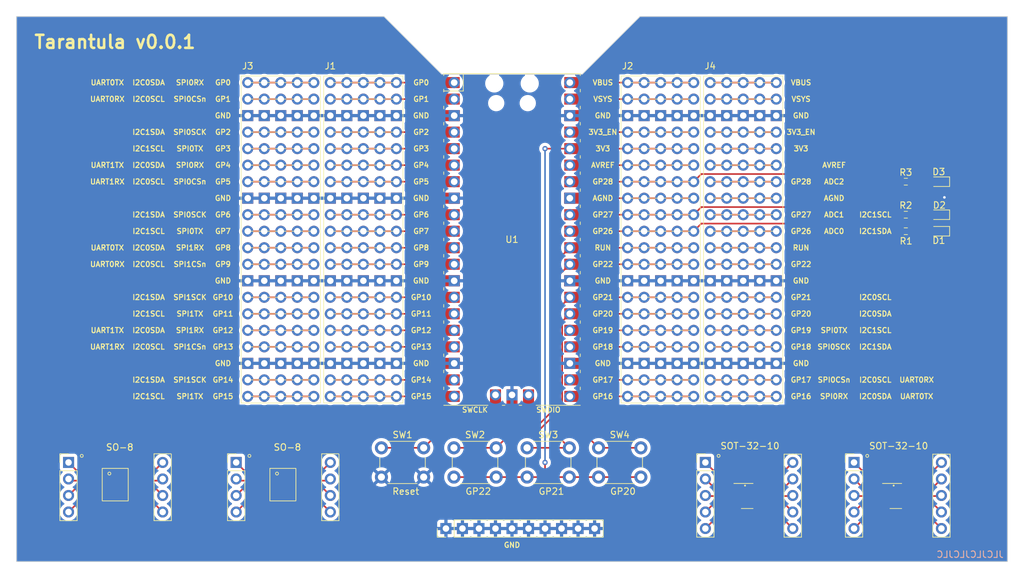
<source format=kicad_pcb>
(kicad_pcb (version 20221018) (generator pcbnew)
  (layers (0 "F.Cu" signal) (31 "B.Cu" signal) (34 "B.Paste" user) (35 "F.Paste" user) (36 "B.SilkS" user "B.Silkscreen") (37 "F.SilkS" user "F.Silkscreen") (38 "B.Mask" user) (39 "F.Mask" user) (44 "Edge.Cuts" user))
  (net 0 "")
  (net 3 "GND")
  (net 4 "/GPIO0")
  (net 5 "/GPIO1")
  (net 6 "/GPIO2")
  (net 7 "/GPIO3")
  (net 8 "/GPIO4")
  (net 9 "/GPIO5")
  (net 10 "/GPIO6")
  (net 11 "/GPIO7")
  (net 12 "/GPIO8")
  (net 13 "/GPIO9")
  (net 14 "/GPIO10")
  (net 15 "/GPIO11")
  (net 16 "/GPIO12")
  (net 17 "/GPIO13")
  (net 18 "/GPIO14")
  (net 19 "/GPIO15")
  (net 20 "/VBUS")
  (net 21 "/VSYS")
  (net 22 "/3V3_EN")
  (net 23 "/3V3")
  (net 24 "/ADC_VREF")
  (net 25 "/GPIO28")
  (net 26 "Net-(J2-Pin_8)")
  (net 27 "/GPIO27")
  (net 28 "/GPIO26")
  (net 29 "/RUN")
  (net 30 "/GPIO22")
  (net 31 "/GPIO21")
  (net 32 "/GPIO20")
  (net 33 "/GPIO19")
  (net 34 "/GPIO18")
  (net 35 "/GPIO17")
  (net 36 "/GPIO16")
  (net 37 "unconnected-(J3-Pin_1-Pad1)")
  (net 38 "unconnected-(J3-Pin_2-Pad2)")
  (net 39 "unconnected-(J3-Pin_4-Pad4)")
  (net 40 "unconnected-(J3-Pin_5-Pad5)")
  (net 41 "unconnected-(J3-Pin_6-Pad6)")
  (net 42 "unconnected-(J3-Pin_7-Pad7)")
  (net 43 "unconnected-(J3-Pin_9-Pad9)")
  (net 44 "unconnected-(J3-Pin_10-Pad10)")
  (net 45 "unconnected-(J3-Pin_11-Pad11)")
  (net 46 "unconnected-(J3-Pin_12-Pad12)")
  (net 47 "unconnected-(J3-Pin_14-Pad14)")
  (net 48 "unconnected-(J3-Pin_15-Pad15)")
  (net 49 "unconnected-(J3-Pin_16-Pad16)")
  (net 50 "unconnected-(J3-Pin_17-Pad17)")
  (net 51 "unconnected-(J3-Pin_19-Pad19)")
  (net 52 "unconnected-(J3-Pin_20-Pad20)")
  (net 53 "unconnected-(J4-Pin_1-Pad1)")
  (net 54 "unconnected-(J4-Pin_2-Pad2)")
  (net 55 "unconnected-(J4-Pin_4-Pad4)")
  (net 56 "unconnected-(J4-Pin_5-Pad5)")
  (net 57 "unconnected-(J4-Pin_6-Pad6)")
  (net 58 "unconnected-(J4-Pin_7-Pad7)")
  (net 59 "unconnected-(J4-Pin_8-Pad8)")
  (net 60 "unconnected-(J4-Pin_9-Pad9)")
  (net 61 "unconnected-(J4-Pin_10-Pad10)")
  (net 62 "unconnected-(J4-Pin_11-Pad11)")
  (net 63 "unconnected-(J4-Pin_12-Pad12)")
  (net 64 "unconnected-(J4-Pin_14-Pad14)")
  (net 65 "unconnected-(J4-Pin_15-Pad15)")
  (net 66 "unconnected-(J4-Pin_16-Pad16)")
  (net 67 "unconnected-(J4-Pin_17-Pad17)")
  (net 68 "unconnected-(J4-Pin_19-Pad19)")
  (net 69 "unconnected-(J4-Pin_20-Pad20)")
  (net 70 "Net-(D1-A)")
  (net 71 "Net-(D2-A)")
  (net 72 "Net-(D3-A)")
  (net 73 "SO-8-1-1")
  (net 74 "SO-8-1-2")
  (net 75 "SO-8-1-3")
  (net 76 "SO-8-1-4")
  (net 77 "SO-8-1-5")
  (net 78 "SO-8-1-6")
  (net 79 "SO-8-1-7")
  (net 80 "SO-8-1-8")
  (net 81 "SO-8-2-1")
  (net 82 "SO-8-2-2")
  (net 83 "SO-8-2-3")
  (net 84 "SO-8-2-4")
  (net 85 "SO-8-2-5")
  (net 86 "SO-8-2-6")
  (net 87 "SO-8-2-7")
  (net 88 "SO-8-2-8")
  (net 89 "SOT-32-1-1")
  (net 90 "SOT-32-1-2")
  (net 91 "SOT-32-1-3")
  (net 92 "SOT-32-1-4")
  (net 93 "SOT-32-1-5")
  (net 94 "SOT-32-1-6")
  (net 95 "SOT-32-1-7")
  (net 96 "SOT-32-1-8")
  (net 97 "SOT-32-1-9")
  (net 98 "SOT-32-1-10")
  (net 99 "SOT-32-2-1")
  (net 100 "SOT-32-2-2")
  (net 101 "SOT-32-2-3")
  (net 102 "SOT-32-2-4")
  (net 103 "SOT-32-2-5")
  (net 104 "SOT-32-2-6")
  (net 105 "SOT-32-2-7")
  (net 106 "SOT-32-2-8")
  (net 107 "SOT-32-2-9")
  (net 108 "SOT-32-2-10")
  (footprint "aLibrary:SO-8-breakout" (layer "F.Cu") (at 84.582 93.98)
    (fp_text reference "SO-8")
    (fp_text value "SO-8-breakout")
  )
  (footprint "MCU_RaspberryPi_and_Boards:RPi_Pico_SMD_TH" (layer "F.Cu") (at 127 59.69)
    (fp_text reference "U1")
    (fp_text value "Pico")
  )
  (footprint "aLibrary:SO-8-breakout" (layer "F.Cu") (at 58.801 93.98)
    (fp_text reference "SO-8")
    (fp_text value "SO-8-breakout")
  )
  (footprint "LED_SMD:LED_0603_1608Metric_Pad1.05x0.95mm_HandSolder" (layer "F.Cu") (at 192.645 55.88 180)
    (fp_text reference "D2")
    (fp_text value "LED")
  )
  (footprint "Resistor_SMD:R_0603_1608Metric_Pad0.98x0.95mm_HandSolder" (layer "F.Cu") (at 187.565 58.42)
    (fp_text reference "R1")
    (fp_text value "R")
  )
  (footprint "aLibrary:PicoBreakout_5x20_P2.54mm_Vertical" (layer "F.Cu") (at 157.48 35.56)
    (fp_text reference "J4")
    (fp_text value "Conn_05x20_Pin")
  )
  (footprint "LED_SMD:LED_0603_1608Metric_Pad1.05x0.95mm_HandSolder" (layer "F.Cu") (at 192.645 50.8 180)
    (fp_text reference "D3")
    (fp_text value "LED")
  )
  (footprint "Resistor_SMD:R_0603_1608Metric_Pad0.98x0.95mm_HandSolder" (layer "F.Cu") (at 187.565 50.8)
    (fp_text reference "R3")
    (fp_text value "R")
  )
  (footprint "aLibrary:PicoBreakout_5x20_P2.54mm_Vertical" (layer "F.Cu") (at 144.78 35.56)
    (fp_text reference "J2")
    (fp_text value "Conn_05x20_Pin")
  )
  (footprint "aLibrary:PicoBreakout_5x20_P2.54mm_Vertical" (layer "F.Cu") (at 86.36 35.56)
    (fp_text reference "J3")
    (fp_text value "Conn_05x20_Pin")
  )
  (footprint "Button_Switch_THT:SW_PUSH_6mm" (layer "F.Cu") (at 106.915524 91.73)
    (fp_text reference "SW1")
    (fp_text value "Reset")
  )
  (footprint "Button_Switch_THT:SW_PUSH_6mm" (layer "F.Cu") (at 118.065524 91.73)
    (fp_text reference "SW2")
    (fp_text value "GP22")
  )
  (footprint "Button_Switch_THT:SW_PUSH_6mm" (layer "F.Cu") (at 140.315524 91.73)
    (fp_text reference "SW4")
    (fp_text value "GP20")
  )
  (footprint "aLibrary:SOT-32-10-breakout" (layer "F.Cu") (at 156.74 93.98)
    (fp_text reference "SOT-32-10")
    (fp_text value "SOT-32-10-breakout")
  )
  (footprint "aLibrary:PicoBreakout_5x20_P2.54mm_Vertical" (layer "F.Cu") (at 99.06 35.56)
    (fp_text reference "J1")
    (fp_text value "Conn_05x20_Pin")
  )
  (footprint "Connector_PinHeader_2.54mm:PinHeader_1x10_P2.54mm_Vertical" (layer "F.Cu") (at 116.84 104.14 90)
    (fp_text reference "REF**" hide)
    (fp_text value "PinHeader_1x10_P2.54mm_Vertical" hide)
  )
  (footprint "Button_Switch_THT:SW_PUSH_6mm" (layer "F.Cu") (at 129.315524 91.73)
    (fp_text reference "SW3")
    (fp_text value "GP21")
  )
  (footprint "Resistor_SMD:R_0603_1608Metric_Pad0.98x0.95mm_HandSolder" (layer "F.Cu") (at 187.565 55.88)
    (fp_text reference "R2")
    (fp_text value "R")
  )
  (footprint "LED_SMD:LED_0603_1608Metric_Pad1.05x0.95mm_HandSolder" (layer "F.Cu") (at 192.645 58.42 180)
    (fp_text reference "D1")
    (fp_text value "LED")
  )
  (footprint "aLibrary:SOT-32-10-breakout" (layer "F.Cu") (at 179.6 93.98)
    (fp_text reference "SOT-32-10")
    (fp_text value "SOT-32-10-breakout")
  )
  (gr_line (start 144.78 53.34) (end 154.94 53.34) (stroke (width 0.1)) (layer "F.SilkS"))
  (gr_line (start 157.48 53.34) (end 167.64 53.34) (stroke (width 0.1)) (layer "F.SilkS"))
  (gr_line (start 116.205 34.29) (end 137.795 34.29) (stroke (width 0.1)) (layer "Edge.Cuts"))
  (gr_line (start 137.795 34.29) (end 146.685 25.4) (stroke (width 0.1)) (layer "Edge.Cuts"))
  (gr_line (start 50.8 25.4) (end 50.8 109.22) (stroke (width 0.1)) (layer "Edge.Cuts"))
  (gr_line (start 50.8 109.22) (end 203.2 109.22) (stroke (width 0.1)) (layer "Edge.Cuts"))
  (gr_line (start 116.205 34.29) (end 107.315 25.4) (stroke (width 0.1)) (layer "Edge.Cuts"))
  (gr_line (start 107.315 25.4) (end 50.8 25.4) (stroke (width 0.1)) (layer "Edge.Cuts"))
  (gr_line (start 203.2 25.4) (end 146.685 25.4) (stroke (width 0.1)) (layer "Edge.Cuts"))
  (gr_line (start 146.685 25.4) (end 146.685 25.4) (stroke (width 0.1)) (layer "Edge.Cuts"))
  (gr_line (start 203.2 109.22) (end 203.2 25.4) (stroke (width 0.1)) (layer "Edge.Cuts"))
  (gr_text "JLCJLCJLCJLC" (at 202.692 108.712) (layer "B.SilkS") (effects (font (size 1 1)) (justify left bottom mirror)))
  (gr_text "I2C0SDA" (at 71.12 35.56) (layer "F.SilkS") (effects (font (size 0.8 0.8) (thickness 0.16) bold)))
  (gr_text "GP22" (at 171.45 63.5) (layer "F.SilkS") (effects (font (size 0.8 0.8) (thickness 0.16) bold)))
  (gr_text "I2C1SCL" (at 182.88 55.88) (layer "F.SilkS") (effects (font (size 0.8 0.8) (thickness 0.16) bold)))
  (gr_text "SPI0CSn" (at 77.47 38.1) (layer "F.SilkS") (effects (font (size 0.8 0.8) (thickness 0.16) bold)))
  (gr_text "GP22" (at 140.97 63.5) (layer "F.SilkS") (effects (font (size 0.8 0.8) (thickness 0.16) bold)))
  (gr_text "GND" (at 140.97 78.74) (layer "F.SilkS") (effects (font (size 0.8 0.8) (thickness 0.16) bold)))
  (gr_text "GP1" (at 113.03 38.1) (layer "F.SilkS") (effects (font (size 0.8 0.8) (thickness 0.16) bold)))
  (gr_text "I2C1SDA" (at 182.88 76.2) (layer "F.SilkS") (effects (font (size 0.8 0.8) (thickness 0.16) bold)))
  (gr_text "GP14" (at 82.55 81.28) (layer "F.SilkS") (effects (font (size 0.8 0.8) (thickness 0.16) bold)))
  (gr_text "UART0RX" (at 64.77 38.1) (layer "F.SilkS") (effects (font (size 0.8 0.8) (thickness 0.16) bold)))
  (gr_text "GND" (at 127 106.68) (layer "F.SilkS") (effects (font (size 0.8 0.8) (thickness 0.16) bold)))
  (gr_text "GP21" (at 171.45 68.58) (layer "F.SilkS") (effects (font (size 0.8 0.8) (thickness 0.16) bold)))
  (gr_text "I2C0SCL" (at 71.12 38.1) (layer "F.SilkS") (effects (font (size 0.8 0.8) (thickness 0.16) bold)))
  (gr_text "I2C0SCL" (at 71.12 76.2) (layer "F.SilkS") (effects (font (size 0.8 0.8) (thickness 0.16) bold)))
  (gr_text "I2C1SDA" (at 71.12 68.58) (layer "F.SilkS") (effects (font (size 0.8 0.8) (thickness 0.16) bold)))
  (gr_text "I2C1SDA" (at 71.12 81.28) (layer "F.SilkS") (effects (font (size 0.8 0.8) (thickness 0.16) bold)))
  (gr_text "SPI1RX" (at 77.47 73.66) (layer "F.SilkS") (effects (font (size 0.8 0.8) (thickness 0.16) bold)))
  (gr_text "GP7" (at 113.03 58.42) (layer "F.SilkS") (effects (font (size 0.8 0.8) (thickness 0.16) bold)))
  (gr_text "VSYS" (at 171.45 38.1) (layer "F.SilkS") (effects (font (size 0.8 0.8) (thickness 0.16) bold)))
  (gr_text "AVREF" (at 176.53 48.26) (layer "F.SilkS") (effects (font (size 0.8 0.8) (thickness 0.16) bold)))
  (gr_text "GND" (at 113.03 78.74) (layer "F.SilkS") (effects (font (size 0.8 0.8) (thickness 0.16) bold)))
  (gr_text "SPI0RX" (at 77.47 48.26) (layer "F.SilkS") (effects (font (size 0.8 0.8) (thickness 0.16) bold)))
  (gr_text "RUN" (at 140.97 60.96) (layer "F.SilkS") (effects (font (size 0.8 0.8) (thickness 0.16) bold)))
  (gr_text "SPI1CSn" (at 77.47 63.5) (layer "F.SilkS") (effects (font (size 0.8 0.8) (thickness 0.16) bold)))
  (gr_text "GP2" (at 113.03 43.18) (layer "F.SilkS") (effects (font (size 0.8 0.8) (thickness 0.16) bold)))
  (gr_text "3V3_EN" (at 140.97 43.18) (layer "F.SilkS") (effects (font (size 0.8 0.8) (thickness 0.16) bold)))
  (gr_text "UART0RX" (at 64.77 63.5) (layer "F.SilkS") (effects (font (size 0.8 0.8) (thickness 0.16) bold)))
  (gr_text "GP10" (at 82.55 68.58) (layer "F.SilkS") (effects (font (size 0.8 0.8) (thickness 0.16) bold)))
  (gr_text "SPI0TX" (at 77.47 45.72) (layer "F.SilkS") (effects (font (size 0.8 0.8) (thickness 0.16) bold)))
  (gr_text "SPI1TX" (at 77.47 83.82) (layer "F.SilkS") (effects (font (size 0.8 0.8) (thickness 0.16) bold)))
  (gr_text "GP17" (at 171.45 81.28) (layer "F.SilkS") (effects (font (size 0.8 0.8) (thickness 0.16) bold)))
  (gr_text "GP11" (at 82.55 71.12) (layer "F.SilkS") (effects (font (size 0.8 0.8) (thickness 0.16) bold)))
  (gr_text "GP12" (at 82.55 73.66) (layer "F.SilkS") (effects (font (size 0.8 0.8) (thickness 0.16) bold)))
  (gr_text "UART0RX" (at 189.23 81.28) (layer "F.SilkS") (effects (font (size 0.8 0.8) (thickness 0.16) bold)))
  (gr_text "SPI0TX" (at 176.53 73.66) (layer "F.SilkS") (effects (font (size 0.8 0.8) (thickness 0.16) bold)))
  (gr_text "3V3_EN" (at 171.45 43.18) (layer "F.SilkS") (effects (font (size 0.8 0.8) (thickness 0.16) bold)))
  (gr_text "Tarantula v0.0.1" (at 53.34 30.48) (layer "F.SilkS") (effects (font (size 2 2) (thickness 0.4) bold) (justify left bottom)))
  (gr_text "GP20" (at 171.45 71.12) (layer "F.SilkS") (effects (font (size 0.8 0.8) (thickness 0.16) bold)))
  (gr_text "UART1TX" (at 64.77 73.66) (layer "F.SilkS") (effects (font (size 0.8 0.8) (thickness 0.16) bold)))
  (gr_text "AVREF" (at 140.97 48.26) (layer "F.SilkS") (effects (font (size 0.8 0.8) (thickness 0.16) bold)))
  (gr_text "UART1RX" (at 64.77 76.2) (layer "F.SilkS") (effects (font (size 0.8 0.8) (thickness 0.16) bold)))
  (gr_text "SPI1SCK" (at 77.47 81.28) (layer "F.SilkS") (effects (font (size 0.8 0.8) (thickness 0.16) bold)))
  (gr_text "GP15" (at 82.55 83.82) (layer "F.SilkS") (effects (font (size 0.8 0.8) (thickness 0.16) bold)))
  (gr_text "GP1" (at 82.55 38.1) (layer "F.SilkS") (effects (font (size 0.8 0.8) (thickness 0.16) bold)))
  (gr_text "AGND" (at 176.53 53.34) (layer "F.SilkS") (effects (font (size 0.8 0.8) (thickness 0.16) bold)))
  (gr_text "UART1RX" (at 64.77 50.8) (layer "F.SilkS") (effects (font (size 0.8 0.8) (thickness 0.16) bold)))
  (gr_text "GP9" (at 82.55 63.5) (layer "F.SilkS") (effects (font (size 0.8 0.8) (thickness 0.16) bold)))
  (gr_text "I2C0SDA" (at 182.88 71.12) (layer "F.SilkS") (effects (font (size 0.8 0.8) (thickness 0.16) bold)))
  (gr_text "GP5" (at 82.55 50.8) (layer "F.SilkS") (effects (font (size 0.8 0.8) (thickness 0.16) bold)))
  (gr_text "GND" (at 113.03 66.04) (layer "F.SilkS") (effects (font (size 0.8 0.8) (thickness 0.16) bold)))
  (gr_text "GP17" (at 140.97 81.28) (layer "F.SilkS") (effects (font (size 0.8 0.8) (thickness 0.16) bold)))
  (gr_text "GP7" (at 82.55 58.42) (layer "F.SilkS") (effects (font (size 0.8 0.8) (thickness 0.16) bold)))
  (gr_text "GP27" (at 140.97 55.88) (layer "F.SilkS") (effects (font (size 0.8 0.8) (thickness 0.16) bold)))
  (gr_text "GP3" (at 113.03 45.72) (layer "F.SilkS") (effects (font (size 0.8 0.8) (thickness 0.16) bold)))
  (gr_text "SPI0TX" (at 77.47 58.42) (layer "F.SilkS") (effects (font (size 0.8 0.8) (thickness 0.16) bold)))
  (gr_text "I2C1SCL" (at 71.12 45.72) (layer "F.SilkS") (effects (font (size 0.8 0.8) (thickness 0.16) bold)))
  (gr_text "UART0TX" (at 64.77 35.56) (layer "F.SilkS") (effects (font (size 0.8 0.8) (thickness 0.16) bold)))
  (gr_text "SPI0SCK" (at 77.47 43.18) (layer "F.SilkS") (effects (font (size 0.8 0.8) (thickness 0.16) bold)))
  (gr_text "GP15" (at 113.03 83.82) (layer "F.SilkS") (effects (font (size 0.8 0.8) (thickness 0.16) bold)))
  (gr_text "I2C0SDA" (at 71.12 48.26) (layer "F.SilkS") (effects (font (size 0.8 0.8) (thickness 0.16) bold)))
  (gr_text "AGND" (at 140.97 53.34) (layer "F.SilkS") (effects (font (size 0.8 0.8) (thickness 0.16) bold)))
  (gr_text "GP12" (at 113.03 73.66) (layer "F.SilkS") (effects (font (size 0.8 0.8) (thickness 0.16) bold)))
  (gr_text "GND" (at 171.45 40.64) (layer "F.SilkS") (effects (font (size 0.8 0.8) (thickness 0.16) bold)))
  (gr_text "GND" (at 140.97 40.64) (layer "F.SilkS") (effects (font (size 0.8 0.8) (thickness 0.16) bold)))
  (gr_text "GP4" (at 82.55 48.26) (layer "F.SilkS") (effects (font (size 0.8 0.8) (thickness 0.16) bold)))
  (gr_text "ADC2" (at 176.53 50.8) (layer "F.SilkS") (effects (font (size 0.8 0.8) (thickness 0.16) bold)))
  (gr_text "SPI0SCK" (at 176.53 76.2) (layer "F.SilkS") (effects (font (size 0.8 0.8) (thickness 0.16) bold)))
  (gr_text "GP27" (at 171.45 55.88) (layer "F.SilkS") (effects (font (size 0.8 0.8) (thickness 0.16) bold)))
  (gr_text "GND" (at 171.45 78.74) (layer "F.SilkS") (effects (font (size 0.8 0.8) (thickness 0.16) bold)))
  (gr_text "SPI1TX" (at 77.47 71.12) (layer "F.SilkS") (effects (font (size 0.8 0.8) (thickness 0.16) bold)))
  (gr_text "GP21" (at 140.97 68.58) (layer "F.SilkS") (effects (font (size 0.8 0.8) (thickness 0.16) bold)))
  (gr_text "GP13" (at 113.03 76.2) (layer "F.SilkS") (effects (font (size 0.8 0.8) (thickness 0.16) bold)))
  (gr_text "GP2" (at 82.55 43.18) (layer "F.SilkS") (effects (font (size 0.8 0.8) (thickness 0.16) bold)))
  (gr_text "3V3" (at 171.45 45.72) (layer "F.SilkS") (effects (font (size 0.8 0.8) (thickness 0.16) bold)))
  (gr_text "I2C1SDA" (at 71.12 43.18) (layer "F.SilkS") (effects (font (size 0.8 0.8) (thickness 0.16) bold)))
  (gr_text "SPI1RX" (at 77.47 60.96) (layer "F.SilkS") (effects (font (size 0.8 0.8) (thickness 0.16) bold)))
  (gr_text "I2C0SCL" (at 182.88 81.28) (layer "F.SilkS") (effects (font (size 0.8 0.8) (thickness 0.16) bold)))
  (gr_text "I2C1SCL" (at 71.12 83.82) (layer "F.SilkS") (effects (font (size 0.8 0.8) (thickness 0.16) bold)))
  (gr_text "GP19" (at 140.97 73.66) (layer "F.SilkS") (effects (font (size 0.8 0.8) (thickness 0.16) bold)))
  (gr_text "GP10" (at 113.03 68.58) (layer "F.SilkS") (effects (font (size 0.8 0.8) (thickness 0.16) bold)))
  (gr_text "VSYS" (at 140.97 38.1) (layer "F.SilkS") (effects (font (size 0.8 0.8) (thickness 0.16) bold)))
  (gr_text "I2C0SDA" (at 182.88 83.82) (layer "F.SilkS") (effects (font (size 0.8 0.8) (thickness 0.16) bold)))
  (gr_text "GND" (at 82.55 40.64) (layer "F.SilkS") (effects (font (size 0.8 0.8) (thickness 0.16) bold)))
  (gr_text "VBUS" (at 171.45 35.56) (layer "F.SilkS") (effects (font (size 0.8 0.8) (thickness 0.16) bold)))
  (gr_text "GP6" (at 113.03 55.88) (layer "F.SilkS") (effects (font (size 0.8 0.8) (thickness 0.16) bold)))
  (gr_text "ADC0" (at 176.53 58.42) (layer "F.SilkS") (effects (font (size 0.8 0.8) (thickness 0.16) bold)))
  (gr_text "GND" (at 113.03 40.64) (layer "F.SilkS") (effects (font (size 0.8 0.8) (thickness 0.16) bold)))
  (gr_text "GP26" (at 140.97 58.42) (layer "F.SilkS") (effects (font (size 0.8 0.8) (thickness 0.16) bold)))
  (gr_text "SPI1CSn" (at 77.47 76.2) (layer "F.SilkS") (effects (font (size 0.8 0.8) (thickness 0.16) bold)))
  (gr_text "GP18" (at 171.45 76.2) (layer "F.SilkS") (effects (font (size 0.8 0.8) (thickness 0.16) bold)))
  (gr_text "GP13" (at 82.55 76.2) (layer "F.SilkS") (effects (font (size 0.8 0.8) (thickness 0.16) bold)))
  (gr_text "GP9" (at 113.03 63.5) (layer "F.SilkS") (effects (font (size 0.8 0.8) (thickness 0.16) bold)))
  (gr_text "GND" (at 82.55 78.74) (layer "F.SilkS") (effects (font (size 0.8 0.8) (thickness 0.16) bold)))
  (gr_text "GND" (at 171.45 66.04) (layer "F.SilkS") (effects (font (size 0.8 0.8) (thickness 0.16) bold)))
  (gr_text "GND" (at 140.97 66.04) (layer "F.SilkS") (effects (font (size 0.8 0.8) (thickness 0.16) bold)))
  (gr_text "I2C1SDA" (at 182.88 58.42) (layer "F.SilkS") (effects (font (size 0.8 0.8) (thickness 0.16) bold)))
  (gr_text "SPI0CSn" (at 77.47 50.8) (layer "F.SilkS") (effects (font (size 0.8 0.8) (thickness 0.16) bold)))
  (gr_text "GP14" (at 113.03 81.28) (layer "F.SilkS") (effects (font (size 0.8 0.8) (thickness 0.16) bold)))
  (gr_text "I2C0SDA" (at 71.12 60.96) (layer "F.SilkS") (effects (font (size 0.8 0.8) (thickness 0.16) bold)))
  (gr_text "I2C0SCL" (at 71.12 63.5) (layer "F.SilkS") (effects (font (size 0.8 0.8) (thickness 0.16) bold)))
  (gr_text "GND" (at 113.03 53.34) (layer "F.SilkS") (effects (font (size 0.8 0.8) (thickness 0.16) bold)))
  (gr_text "SPI1SCK" (at 77.47 68.58) (layer "F.SilkS") (effects (font (size 0.8 0.8) (thickness 0.16) bold)))
  (gr_text "VBUS" (at 140.97 35.56) (layer "F.SilkS") (effects (font (size 0.8 0.8) (thickness 0.16) bold)))
  (gr_text "I2C0SCL" (at 71.12 50.8) (layer "F.SilkS") (effects (font (size 0.8 0.8) (thickness 0.16) bold)))
  (gr_text "I2C0SDA" (at 71.12 73.66) (layer "F.SilkS") (effects (font (size 0.8 0.8) (thickness 0.16) bold)))
  (gr_text "GP5" (at 113.03 50.8) (layer "F.SilkS") (effects (font (size 0.8 0.8) (thickness 0.16) bold)))
  (gr_text "GND" (at 82.55 66.04) (layer "F.SilkS") (effects (font (size 0.8 0.8) (thickness 0.16) bold)))
  (gr_text "GP19" (at 171.45 73.66) (layer "F.SilkS") (effects (font (size 0.8 0.8) (thickness 0.16) bold)))
  (gr_text "I2C0SCL" (at 182.88 68.58) (layer "F.SilkS") (effects (font (size 0.8 0.8) (thickness 0.16) bold)))
  (gr_text "I2C1SCL" (at 71.12 71.12) (layer "F.SilkS") (effects (font (size 0.8 0.8) (thickness 0.16) bold)))
  (gr_text "GP8" (at 82.55 60.96) (layer "F.SilkS") (effects (font (size 0.8 0.8) (thickness 0.16) bold)))
  (gr_text "GP16" (at 171.45 83.82) (layer "F.SilkS") (effects (font (size 0.8 0.8) (thickness 0.16) bold)))
  (gr_text "ADC1" (at 176.53 55.88) (layer "F.SilkS") (effects (font (size 0.8 0.8) (thickness 0.16) bold)))
  (gr_text "GP28" (at 171.45 50.8) (layer "F.SilkS") (effects (font (size 0.8 0.8) (thickness 0.16) bold)))
  (gr_text "I2C1SDA" (at 71.12 55.88) (layer "F.SilkS") (effects (font (size 0.8 0.8) (thickness 0.16) bold)))
  (gr_text "GP16" (at 140.97 83.82) (layer "F.SilkS") (effects (font (size 0.8 0.8) (thickness 0.16) bold)))
  (gr_text "GP26" (at 171.45 58.42) (layer "F.SilkS") (effects (font (size 0.8 0.8) (thickness 0.16) bold)))
  (gr_text "SPI0CSn" (at 176.53 81.28) (layer "F.SilkS") (effects (font (size 0.8 0.8) (thickness 0.16) bold)))
  (gr_text "GP20" (at 140.97 71.12) (layer "F.SilkS") (effects (font (size 0.8 0.8) (thickness 0.16) bold)))
  (gr_text "RUN" (at 171.45 60.96) (layer "F.SilkS") (effects (font (size 0.8 0.8) (thickness 0.16) bold)))
  (gr_text "GP0" (at 82.55 35.56) (layer "F.SilkS") (effects (font (size 0.8 0.8) (thickness 0.16) bold)))
  (gr_text "GND" (at 82.55 53.34) (layer "F.SilkS") (effects (font (size 0.8 0.8) (thickness 0.16) bold)))
  (gr_text "GP18" (at 140.97 76.2) (layer "F.SilkS") (effects (font (size 0.8 0.8) (thickness 0.16) bold)))
  (gr_text "UART1TX" (at 64.77 48.26) (layer "F.SilkS") (effects (font (size 0.8 0.8) (thickness 0.16) bold)))
  (gr_text "SPI0RX" (at 176.53 83.82) (layer "F.SilkS") (effects (font (size 0.8 0.8) (thickness 0.16) bold)))
  (gr_text "I2C1SCL" (at 182.88 73.66) (layer "F.SilkS") (effects (font (size 0.8 0.8) (thickness 0.16) bold)))
  (gr_text "UART0TX" (at 189.23 83.82) (layer "F.SilkS") (effects (font (size 0.8 0.8) (thickness 0.16) bold)))
  (gr_text "3V3" (at 140.97 45.72) (layer "F.SilkS") (effects (font (size 0.8 0.8) (thickness 0.16) bold)))
  (gr_text "GP3" (at 82.55 45.72) (layer "F.SilkS") (effects (font (size 0.8 0.8) (thickness 0.16) bold)))
  (gr_text "SPI0RX" (at 77.47 35.56) (layer "F.SilkS") (effects (font (size 0.8 0.8) (thickness 0.16) bold)))
  (gr_text "GP28" (at 140.97 50.8) (layer "F.SilkS") (effects (font (size 0.8 0.8) (thickness 0.16) bold)))
  (gr_text "GP4" (at 113.03 48.26) (layer "F.SilkS") (effects (font (size 0.8 0.8) (thickness 0.16) bold)))
  (gr_text "UART0TX" (at 64.77 60.96) (layer "F.SilkS") (effects (font (size 0.8 0.8) (thickness 0.16) bold)))
  (gr_text "GP0" (at 113.03 35.56) (layer "F.SilkS") (effects (font (size 0.8 0.8) (thickness 0.16) bold)))
  (gr_text "GP11" (at 113.03 71.12) (layer "F.SilkS") (effects (font (size 0.8 0.8) (thickness 0.16) bold)))
  (gr_text "I2C1SCL" (at 71.12 58.42) (layer "F.SilkS") (effects (font (size 0.8 0.8) (thickness 0.16) bold)))
  (gr_text "GP8" (at 113.03 60.96) (layer "F.SilkS") (effects (font (size 0.8 0.8) (thickness 0.16) bold)))
  (gr_text "GP6" (at 82.55 55.88) (layer "F.SilkS") (effects (font (size 0.8 0.8) (thickness 0.16) bold)))
  (gr_text "SPI0SCK" (at 77.47 55.88) (layer "F.SilkS") (effects (font (size 0.8 0.8) (thickness 0.16) bold)))
  (segment (start 193.52 50.8) (end 193.52 53.195482) (width 0.25) (layer "F.Cu") (net 3))
  (segment (start 193.52 53.235312) (end 193.52 55.88) (width 0.25) (layer "F.Cu") (net 3))
  (segment (start 193.52 58.42) (end 193.52 55.88) (width 0.25) (layer "F.Cu") (net 3))
  (segment (start 193.500085 53.215397) (end 193.52 53.235312) (width 0.25) (layer "F.Cu") (net 3))
  (segment (start 193.52 53.195482) (end 193.500085 53.215397) (width 0.25) (layer "F.Cu") (net 3))
  (via (at 193.500085 53.215397) (size 0.8) (drill 0.4) (layers "F.Cu" "B.Cu") (net 3))
  (segment (start 118.11 35.56) (end 99.06 35.56) (width 0.25) (layer "F.Cu") (net 4))
  (segment (start 99.06 38.1) (end 118.11 38.1) (width 0.25) (layer "F.Cu") (net 5))
  (segment (start 99.06 43.18) (end 118.11 43.18) (width 0.25) (layer "F.Cu") (net 6))
  (segment (start 118.11 45.72) (end 99.06 45.72) (width 0.25) (layer "F.Cu") (net 7))
  (segment (start 99.06 48.26) (end 118.11 48.26) (width 0.25) (layer "F.Cu") (net 8))
  (segment (start 118.11 50.8) (end 99.06 50.8) (width 0.25) (layer "F.Cu") (net 9))
  (segment (start 99.06 55.88) (end 118.11 55.88) (width 0.25) (layer "F.Cu") (net 10))
  (segment (start 118.11 58.42) (end 99.06 58.42) (width 0.25) (layer "F.Cu") (net 11))
  (segment (start 118.11 60.96) (end 99.06 60.96) (width 0.25) (layer "F.Cu") (net 12))
  (segment (start 118.11 63.5) (end 99.06 63.5) (width 0.25) (layer "F.Cu") (net 13))
  (segment (start 99.06 68.58) (end 118.11 68.58) (width 0.25) (layer "F.Cu") (net 14))
  (segment (start 118.11 71.12) (end 99.06 71.12) (width 0.25) (layer "F.Cu") (net 15))
  (segment (start 99.06 73.66) (end 118.11 73.66) (width 0.25) (layer "F.Cu") (net 16))
  (segment (start 118.11 76.2) (end 99.06 76.2) (width 0.25) (layer "F.Cu") (net 17))
  (segment (start 99.06 81.28) (end 118.11 81.28) (width 0.25) (layer "F.Cu") (net 18))
  (segment (start 118.11 83.82) (end 99.06 83.82) (width 0.25) (layer "F.Cu") (net 19))
  (segment (start 154.94 35.56) (end 135.89 35.56) (width 0.25) (layer "F.Cu") (net 20))
  (segment (start 135.89 38.1) (end 154.94 38.1) (width 0.25) (layer "F.Cu") (net 21))
  (segment (start 154.94 43.18) (end 135.89 43.18) (width 0.25) (layer "F.Cu") (net 22))
  (segment (start 118.065524 96.23) (end 132.087588 96.23) (width 0.25) (layer "F.Cu") (net 23))
  (segment (start 132.08 96.222412) (end 132.087588 96.23) (width 0.25) (layer "F.Cu") (net 23))
  (segment (start 132.087588 96.23) (end 146.815524 96.23) (width 0.25) (layer "F.Cu") (net 23))
  (segment (start 132.08 93.98) (end 132.08 96.222412) (width 0.25) (layer "F.Cu") (net 23))
  (segment (start 135.89 45.72) (end 132.08 45.72) (width 0.25) (layer "F.Cu") (net 23))
  (segment (start 135.89 45.72) (end 154.94 45.72) (width 0.25) (layer "F.Cu") (net 23))
  (via (at 132.08 45.72) (size 0.8) (drill 0.4) (layers "F.Cu" "B.Cu") (net 23))
  (via (at 132.08 93.98) (size 0.8) (drill 0.4) (layers "F.Cu" "B.Cu") (net 23))
  (segment (start 132.08 45.72) (end 132.08 93.98) (width 0.25) (layer "B.Cu") (net 23))
  (segment (start 154.94 48.26) (end 135.89 48.26) (width 0.25) (layer "F.Cu") (net 24))
  (segment (start 135.89 50.8) (end 154.94 50.8) (width 0.25) (layer "F.Cu") (net 25))
  (segment (start 156.115 49.625) (end 154.94 50.8) (width 0.25) (layer "F.Cu") (net 25))
  (segment (start 186.69 50.8) (end 185.515 49.625) (width 0.25) (layer "F.Cu") (net 25))
  (segment (start 185.515 49.625) (end 156.115 49.625) (width 0.25) (layer "F.Cu") (net 25))
  (segment (start 135.89 53.34) (end 154.94 53.34) (width 0.25) (layer "F.Cu") (net 26))
  (segment (start 186.69 55.88) (end 185.515 54.705) (width 0.25) (layer "F.Cu") (net 27))
  (segment (start 185.515 54.705) (end 156.115 54.705) (width 0.25) (layer "F.Cu") (net 27))
  (segment (start 156.115 54.705) (end 154.94 55.88) (width 0.25) (layer "F.Cu") (net 27))
  (segment (start 135.89 55.88) (end 154.94 55.88) (width 0.25) (layer "F.Cu") (net 27))
  (segment (start 185.515 57.245) (end 156.115 57.245) (width 0.25) (layer "F.Cu") (net 28))
  (segment (start 156.115 57.245) (end 154.94 58.42) (width 0.25) (layer "F.Cu") (net 28))
  (segment (start 186.69 58.42) (end 185.515 57.245) (width 0.25) (layer "F.Cu") (net 28))
  (segment (start 135.89 58.42) (end 154.94 58.42) (width 0.25) (layer "F.Cu") (net 28))
  (segment (start 113.415524 91.73) (end 116.911077 88.234447) (width 0.25) (layer "F.Cu") (net 29))
  (segment (start 133.365 85.917545) (end 133.365 63.485) (width 0.25) (layer "F.Cu") (net 29))
  (segment (start 133.365 63.485) (end 135.89 60.96) (width 0.25) (layer "F.Cu") (net 29))
  (segment (start 131.048098 88.234447) (end 133.365 85.917545) (width 0.25) (layer "F.Cu") (net 29))
  (segment (start 113.415524 91.73) (end 106.915524 91.73) (width 0.25) (layer "F.Cu") (net 29))
  (segment (start 116.911077 88.234447) (end 131.048098 88.234447) (width 0.25) (layer "F.Cu") (net 29))
  (segment (start 135.89 60.96) (end 154.94 60.96) (width 0.25) (layer "F.Cu") (net 29))
  (segment (start 131.275 88.9) (end 133.815 86.36) (width 0.25) (layer "F.Cu") (net 30))
  (segment (start 124.565524 91.73) (end 127.395524 88.9) (width 0.25) (layer "F.Cu") (net 30))
  (segment (start 133.815 65.575) (end 135.89 63.5) (width 0.25) (layer "F.Cu") (net 30))
  (segment (start 118.065524 91.73) (end 124.565524 91.73) (width 0.25) (layer "F.Cu") (net 30))
  (segment (start 127.395524 88.9) (end 131.275 88.9) (width 0.25) (layer "F.Cu") (net 30))
  (segment (start 133.815 86.36) (end 133.815 65.575) (width 0.25) (layer "F.Cu") (net 30))
  (segment (start 135.89 63.5) (end 154.94 63.5) (width 0.25) (layer "F.Cu") (net 30))
  (segment (start 135.815524 91.73) (end 134.265 90.179476) (width 0.25) (layer "F.Cu") (net 31))
  (segment (start 129.315524 91.73) (end 135.815524 91.73) (width 0.25) (layer "F.Cu") (net 31))
  (segment (start 134.265 70.205) (end 135.89 68.58) (width 0.25) (layer "F.Cu") (net 31))
  (segment (start 134.265 90.179476) (end 134.265 70.205) (width 0.25) (layer "F.Cu") (net 31))
  (segment (start 154.94 68.58) (end 135.89 68.58) (width 0.25) (layer "F.Cu") (net 31))
  (segment (start 140.315524 91.73) (end 134.715 86.129476) (width 0.25) (layer "F.Cu") (net 32))
  (segment (start 135.89 71.12) (end 154.94 71.12) (width 0.25) (layer "F.Cu") (net 32))
  (segment (start 134.715 86.129476) (end 134.715 72.295) (width 0.25) (layer "F.Cu") (net 32))
  (segment (start 134.715 72.295) (end 135.89 71.12) (width 0.25) (layer "F.Cu") (net 32))
  (segment (start 140.315524 91.73) (end 146.815524 91.73) (width 0.25) (layer "F.Cu") (net 32))
  (segment (start 154.94 73.66) (end 135.89 73.66) (width 0.25) (layer "F.Cu") (net 33))
  (segment (start 135.89 76.2) (end 154.94 76.2) (width 0.25) (layer "F.Cu") (net 34))
  (segment (start 154.94 81.28) (end 135.89 81.28) (width 0.25) (layer "F.Cu") (net 35))
  (segment (start 135.89 83.82) (end 154.94 83.82) (width 0.25) (layer "F.Cu") (net 36))
  (segment (start 86.36 35.56) (end 96.52 35.56) (width 0.25) (layer "F.Cu") (net 37))
  (segment (start 96.52 38.1) (end 86.36 38.1) (width 0.25) (layer "F.Cu") (net 38))
  (segment (start 86.36 43.18) (end 96.52 43.18) (width 0.25) (layer "F.Cu") (net 39))
  (segment (start 96.52 45.72) (end 86.36 45.72) (width 0.25) (layer "F.Cu") (net 40))
  (segment (start 86.36 48.26) (end 96.52 48.26) (width 0.25) (layer "F.Cu") (net 41))
  (segment (start 96.52 50.8) (end 86.36 50.8) (width 0.25) (layer "F.Cu") (net 42))
  (segment (start 86.36 55.88) (end 96.52 55.88) (width 0.25) (layer "F.Cu") (net 43))
  (segment (start 86.36 58.42) (end 96.52 58.42) (width 0.25) (layer "F.Cu") (net 44))
  (segment (start 86.36 60.96) (end 96.52 60.96) (width 0.25) (layer "F.Cu") (net 45))
  (segment (start 96.52 63.5) (end 86.36 63.5) (width 0.25) (layer "F.Cu") (net 46))
  (segment (start 86.36 68.58) (end 96.52 68.58) (width 0.25) (layer "F.Cu") (net 47))
  (segment (start 96.52 71.12) (end 86.36 71.12) (width 0.25) (layer "F.Cu") (net 48))
  (segment (start 86.36 73.66) (end 96.52 73.66) (width 0.25) (layer "F.Cu") (net 49))
  (segment (start 96.52 76.2) (end 86.36 76.2) (width 0.25) (layer "F.Cu") (net 50))
  (segment (start 86.36 81.28) (end 96.52 81.28) (width 0.25) (layer "F.Cu") (net 51))
  (segment (start 96.52 83.82) (end 86.36 83.82) (width 0.25) (layer "F.Cu") (net 52))
  (segment (start 157.48 35.56) (end 167.64 35.56) (width 0.25) (layer "F.Cu") (net 53))
  (segment (start 167.64 38.1) (end 157.48 38.1) (width 0.25) (layer "F.Cu") (net 54))
  (segment (start 157.48 43.18) (end 167.64 43.18) (width 0.25) (layer "F.Cu") (net 55))
  (segment (start 167.64 45.72) (end 157.48 45.72) (width 0.25) (layer "F.Cu") (net 56))
  (segment (start 157.48 48.26) (end 167.64 48.26) (width 0.25) (layer "F.Cu") (net 57))
  (segment (start 167.64 50.8) (end 157.48 50.8) (width 0.25) (layer "F.Cu") (net 58))
  (segment (start 157.48 53.34) (end 167.64 53.34) (width 0.25) (layer "F.Cu") (net 59))
  (segment (start 167.64 55.88) (end 157.48 55.88) (width 0.25) (layer "F.Cu") (net 60))
  (segment (start 157.48 58.42) (end 167.64 58.42) (width 0.25) (layer "F.Cu") (net 61))
  (segment (start 167.64 60.96) (end 157.48 60.96) (width 0.25) (layer "F.Cu") (net 62))
  (segment (start 157.48 63.5) (end 167.64 63.5) (width 0.25) (layer "F.Cu") (net 63))
  (segment (start 167.64 68.58) (end 157.48 68.58) (width 0.25) (layer "F.Cu") (net 64))
  (segment (start 157.48 71.12) (end 167.64 71.12) (width 0.25) (layer "F.Cu") (net 65))
  (segment (start 167.64 73.66) (end 157.48 73.66) (width 0.25) (layer "F.Cu") (net 66))
  (segment (start 157.48 76.2) (end 167.64 76.2) (width 0.25) (layer "F.Cu") (net 67))
  (segment (start 167.64 81.28) (end 157.48 81.28) (width 0.25) (layer "F.Cu") (net 68))
  (segment (start 157.48 83.82) (end 167.64 83.82) (width 0.25) (layer "F.Cu") (net 69))
  (segment (start 188.44 58.42) (end 191.77 58.42) (width 0.25) (layer "F.Cu") (net 70))
  (segment (start 188.44 55.88) (end 191.77 55.88) (width 0.25) (layer "F.Cu") (net 71))
  (segment (start 188.44 50.8) (end 191.77 50.8) (width 0.25) (layer "F.Cu") (net 72))
  (segment (start 63.641534 95.509929) (end 60.330929 95.509929) (width 0.25) (layer "F.Cu") (net 73))
  (segment (start 60.330929 95.509929) (end 58.801 93.98) (width 0.25) (layer "F.Cu") (net 73))
  (segment (start 63.641534 96.779929) (end 59.060929 96.779929) (width 0.25) (layer "F.Cu") (net 74))
  (segment (start 59.060929 96.779929) (end 58.801 96.52) (width 0.25) (layer "F.Cu") (net 74))
  (segment (start 59.811071 98.049929) (end 58.801 99.06) (width 0.25) (layer "F.Cu") (net 75))
  (segment (start 63.641534 98.049929) (end 59.811071 98.049929) (width 0.25) (layer "F.Cu") (net 75))
  (segment (start 63.641534 99.319929) (end 61.081071 99.319929) (width 0.25) (layer "F.Cu") (net 76))
  (segment (start 61.081071 99.319929) (end 58.801 101.6) (width 0.25) (layer "F.Cu") (net 76))
  (segment (start 68.321534 99.319929) (end 70.998929 99.319929) (width 0.25) (layer "F.Cu") (net 77))
  (segment (start 70.998929 99.319929) (end 73.279 101.6) (width 0.25) (layer "F.Cu") (net 77))
  (segment (start 68.321534 98.049929) (end 72.268929 98.049929) (width 0.25) (layer "F.Cu") (net 78))
  (segment (start 72.268929 98.049929) (end 73.279 99.06) (width 0.25) (layer "F.Cu") (net 78))
  (segment (start 73.019071 96.779929) (end 73.279 96.52) (width 0.25) (layer "F.Cu") (net 79))
  (segment (start 68.321534 96.779929) (end 73.019071 96.779929) (width 0.25) (layer "F.Cu") (net 79))
  (segment (start 68.321534 95.509929) (end 71.749071 95.509929) (width 0.25) (layer "F.Cu") (net 80))
  (segment (start 71.749071 95.509929) (end 73.279 93.98) (width 0.25) (layer "F.Cu") (net 80))
  (segment (start 89.422534 95.509929) (end 86.111929 95.509929) (width 0.25) (layer "F.Cu") (net 81))
  (segment (start 86.111929 95.509929) (end 84.582 93.98) (width 0.25) (layer "F.Cu") (net 81))
  (segment (start 89.422534 96.779929) (end 84.841929 96.779929) (width 0.25) (layer "F.Cu") (net 82))
  (segment (start 84.841929 96.779929) (end 84.582 96.52) (width 0.25) (layer "F.Cu") (net 82))
  (segment (start 85.592071 98.049929) (end 84.582 99.06) (width 0.25) (layer "F.Cu") (net 83))
  (segment (start 89.422534 98.049929) (end 85.592071 98.049929) (width 0.25) (layer "F.Cu") (net 83))
  (segment (start 89.422534 99.319929) (end 86.862071 99.319929) (width 0.25) (layer "F.Cu") (net 84))
  (segment (start 86.862071 99.319929) (end 84.582 101.6) (width 0.25) (layer "F.Cu") (net 84))
  (segment (start 96.779929 99.319929) (end 99.06 101.6) (width 0.25) (layer "F.Cu") (net 85))
  (segment (start 94.102534 99.319929) (end 96.779929 99.319929) (width 0.25) (layer "F.Cu") (net 85))
  (segment (start 98.049929 98.049929) (end 99.06 99.06) (width 0.25) (layer "F.Cu") (net 86))
  (segment (start 94.102534 98.049929) (end 98.049929 98.049929) (width 0.25) (layer "F.Cu") (net 86))
  (segment (start 94.102534 96.779929) (end 98.800071 96.779929) (width 0.25) (layer "F.Cu") (net 87))
  (segment (start 98.800071 96.779929) (end 99.06 96.52) (width 0.25) (layer "F.Cu") (net 87))
  (segment (start 94.102534 95.509929) (end 97.530071 95.509929) (width 0.25) (layer "F.Cu") (net 88))
  (segment (start 97.530071 95.509929) (end 99.06 93.98) (width 0.25) (layer "F.Cu") (net 88))
  (segment (start 161.82 97.837452) (end 160.597452 97.837452) (width 0.25) (layer "F.Cu") (net 89))
  (segment (start 160.597452 97.837452) (end 156.74 93.98) (width 0.25) (layer "F.Cu") (net 89))
  (segment (start 161.82 98.487452) (end 158.707452 98.487452) (width 0.25) (layer "F.Cu") (net 90))
  (segment (start 158.707452 98.487452) (end 156.74 96.52) (width 0.25) (layer "F.Cu") (net 90))
  (segment (start 156.827452 99.147452) (end 156.74 99.06) (width 0.25) (layer "F.Cu") (net 91))
  (segment (start 161.82 99.147452) (end 156.827452 99.147452) (width 0.25) (layer "F.Cu") (net 91))
  (segment (start 161.82 99.797452) (end 158.542548 99.797452) (width 0.25) (layer "F.Cu") (net 92))
  (segment (start 158.542548 99.797452) (end 156.74 101.6) (width 0.25) (layer "F.Cu") (net 92))
  (segment (start 161.82 100.442452) (end 160.437548 100.442452) (width 0.25) (layer "F.Cu") (net 93))
  (segment (start 160.437548 100.442452) (end 156.74 104.14) (width 0.25) (layer "F.Cu") (net 93))
  (segment (start 166.482452 100.442452) (end 170.18 104.14) (width 0.25) (layer "F.Cu") (net 94))
  (segment (start 164.52 100.442452) (end 166.482452 100.442452) (width 0.25) (layer "F.Cu") (net 94))
  (segment (start 164.52 99.797452) (end 168.377452 99.797452) (width 0.25) (layer "F.Cu") (net 95))
  (segment (start 168.377452 99.797452) (end 170.18 101.6) (width 0.25) (layer "F.Cu") (net 95))
  (segment (start 164.52 99.147452) (end 170.092548 99.147452) (width 0.25) (layer "F.Cu") (net 96))
  (segment (start 170.092548 99.147452) (end 170.18 99.06) (width 0.25) (layer "F.Cu") (net 96))
  (segment (start 168.212548 98.487452) (end 170.18 96.52) (width 0.25) (layer "F.Cu") (net 97))
  (segment (start 164.52 98.487452) (end 168.212548 98.487452) (width 0.25) (layer "F.Cu") (net 97))
  (segment (start 166.322548 97.837452) (end 164.52 97.837452) (width 0.25) (layer "F.Cu") (net 98))
  (segment (start 170.18 93.98) (end 166.322548 97.837452) (width 0.25) (layer "F.Cu") (net 98))
  (segment (start 183.457452 97.837452) (end 179.6 93.98) (width 0.25) (layer "F.Cu") (net 99))
  (segment (start 184.68 97.837452) (end 183.457452 97.837452) (width 0.25) (layer "F.Cu") (net 99))
  (segment (start 181.567452 98.487452) (end 179.6 96.52) (width 0.25) (layer "F.Cu") (net 100))
  (segment (start 184.68 98.487452) (end 181.567452 98.487452) (width 0.25) (layer "F.Cu") (net 100))
  (segment (start 184.68 99.147452) (end 179.687452 99.147452) (width 0.25) (layer "F.Cu") (net 101))
  (segment (start 179.687452 99.147452) (end 179.6 99.06) (width 0.25) (layer "F.Cu") (net 101))
  (segment (start 184.68 99.797452) (end 181.402548 99.797452) (width 0.25) (layer "F.Cu") (net 102))
  (segment (start 181.402548 99.797452) (end 179.6 101.6) (width 0.25) (layer "F.Cu") (net 102))
  (segment (start 184.68 100.442452) (end 183.297548 100.442452) (width 0.25) (layer "F.Cu") (net 103))
  (segment (start 183.297548 100.442452) (end 179.6 104.14) (width 0.25) (layer "F.Cu") (net 103))
  (segment (start 187.38 100.442452) (end 189.342452 100.442452) (width 0.25) (layer "F.Cu") (net 104))
  (segment (start 189.342452 100.442452) (end 193.04 104.14) (width 0.25) (layer "F.Cu") (net 104))
  (segment (start 191.237452 99.797452) (end 193.04 101.6) (width 0.25) (layer "F.Cu") (net 105))
  (segment (start 187.38 99.797452) (end 191.237452 99.797452) (width 0.25) (layer "F.Cu") (net 105))
  (segment (start 192.952548 99.147452) (end 193.04 99.06) (width 0.25) (layer "F.Cu") (net 106))
  (segment (start 187.38 99.147452) (end 192.952548 99.147452) (width 0.25) (layer "F.Cu") (net 106))
  (segment (start 191.072548 98.487452) (end 193.04 96.52) (width 0.25) (layer "F.Cu") (net 107))
  (segment (start 187.38 98.487452) (end 191.072548 98.487452) (width 0.25) (layer "F.Cu") (net 107))
  (segment (start 189.182548 97.837452) (end 187.38 97.837452) (width 0.25) (layer "F.Cu") (net 108))
  (segment (start 193.04 93.98) (end 189.182548 97.837452) (width 0.25) (layer "F.Cu") (net 108))
  (zone (net 0) (net_name "") (layer "B.Cu") (connect_pads (clearance 0)) (min_thickness 0.25)
    (keepout (tracks not_allowed) (vias allowed) (pads allowed) (copperpour not_allowed) (footprints allowed))
    (fill (thermal_gap 0.5) (thermal_bridge_width 0.5))
    (polygon (pts (xy 85.09 34.29) (xy 85.09 39.37) (xy 110.49 39.37) (xy 110.49 34.29)))
  )
  (zone (net 3) (net_name "GND") (layer "B.Cu") (connect_pads (clearance 0.5)) (min_thickness 0.25) (fill yes (thermal_gap 0.5) (thermal_bridge_width 0.5))
    (polygon (pts (xy 48.26 22.86) (xy 205.74 22.86) (xy 205.74 111.76) (xy 48.26 111.76)))
  )
  (zone (net 0) (net_name "") (layer "B.Cu") (connect_pads (clearance 0)) (min_thickness 0.25)
    (keepout (tracks not_allowed) (vias allowed) (pads allowed) (copperpour not_allowed) (footprints allowed))
    (fill (thermal_gap 0.5) (thermal_bridge_width 0.5))
    (polygon (pts (xy 143.51 80.01) (xy 143.51 85.09) (xy 168.91 85.09) (xy 168.91 80.01)))
  )
  (zone (net 0) (net_name "") (layer "B.Cu") (connect_pads (clearance 0)) (min_thickness 0.25)
    (keepout (tracks not_allowed) (vias allowed) (pads allowed) (copperpour not_allowed) (footprints allowed))
    (fill (thermal_gap 0.5) (thermal_bridge_width 0.5))
    (polygon (pts (xy 143.51 41.91) (xy 143.51 64.77) (xy 168.91 64.77) (xy 168.91 41.91)))
  )
  (zone (net 0) (net_name "") (layer "B.Cu") (connect_pads (clearance 0)) (min_thickness 0.25)
    (keepout (tracks not_allowed) (vias allowed) (pads allowed) (copperpour not_allowed) (footprints allowed))
    (fill (thermal_gap 0.5) (thermal_bridge_width 0.5))
    (polygon (pts (xy 85.09 54.61) (xy 85.09 64.77) (xy 110.49 64.77) (xy 110.49 54.61)))
  )
  (zone (net 0) (net_name "") (layer "B.Cu") (connect_pads (clearance 0)) (min_thickness 0.25)
    (keepout (tracks not_allowed) (vias allowed) (pads allowed) (copperpour not_allowed) (footprints allowed))
    (fill (thermal_gap 0.5) (thermal_bridge_width 0.5))
    (polygon (pts (xy 85.09 41.91) (xy 85.09 52.07) (xy 110.49 52.07) (xy 110.49 41.91)))
  )
  (zone (net 0) (net_name "") (layer "B.Cu") (connect_pads (clearance 0)) (min_thickness 0.25)
    (keepout (tracks not_allowed) (vias allowed) (pads allowed) (copperpour not_allowed) (footprints allowed))
    (fill (thermal_gap 0.5) (thermal_bridge_width 0.5))
    (polygon (pts (xy 85.09 67.31) (xy 85.09 77.47) (xy 110.49 77.47) (xy 110.49 67.31)))
  )
  (zone (net 0) (net_name "") (layer "B.Cu") (connect_pads (clearance 0)) (min_thickness 0.25)
    (keepout (tracks not_allowed) (vias allowed) (pads allowed) (copperpour not_allowed) (footprints allowed))
    (fill (thermal_gap 0.5) (thermal_bridge_width 0.5))
    (polygon (pts (xy 143.51 34.29) (xy 143.51 39.37) (xy 168.91 39.37) (xy 168.91 34.29)))
  )
  (zone (net 0) (net_name "") (layer "B.Cu") (connect_pads (clearance 0)) (min_thickness 0.25)
    (keepout (tracks not_allowed) (vias allowed) (pads allowed) (copperpour not_allowed) (footprints allowed))
    (fill (thermal_gap 0.5) (thermal_bridge_width 0.5))
    (polygon (pts (xy 85.09 80.01) (xy 85.09 85.09) (xy 110.49 85.09) (xy 110.49 80.01)))
  )
  (zone (net 0) (net_name "") (layer "B.Cu") (connect_pads (clearance 0)) (min_thickness 0.25)
    (keepout (tracks not_allowed) (vias allowed) (pads allowed) (copperpour not_allowed) (footprints allowed))
    (fill (thermal_gap 0.5) (thermal_bridge_width 0.5))
    (polygon (pts (xy 143.51 67.31) (xy 143.51 77.47) (xy 168.91 77.47) (xy 168.91 67.31)))
  )
)
</source>
